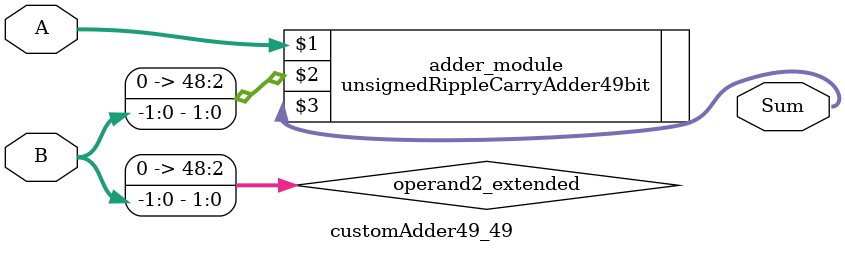
<source format=v>
module customAdder49_49(
                        input [48 : 0] A,
                        input [-1 : 0] B,
                        
                        output [49 : 0] Sum
                );

        wire [48 : 0] operand2_extended;
        
        assign operand2_extended =  {49'b0, B};
        
        unsignedRippleCarryAdder49bit adder_module(
            A,
            operand2_extended,
            Sum
        );
        
        endmodule
        
</source>
